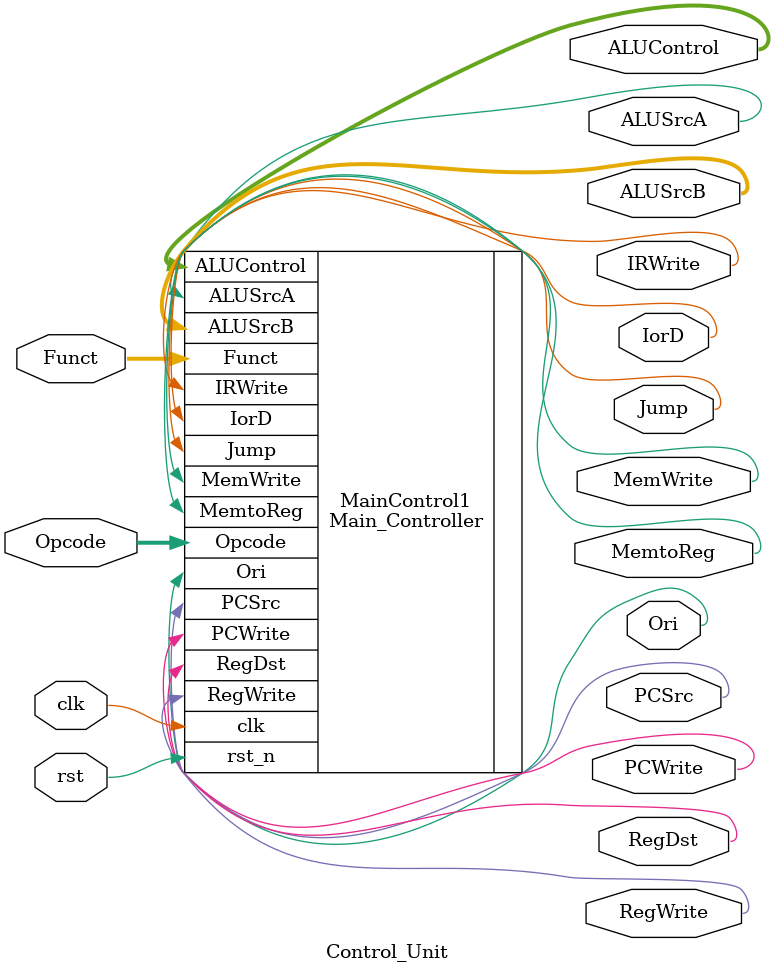
<source format=v>
module Control_Unit(
input [5:0] Opcode, Funct,
input clk, rst,
output MemtoReg, RegDst, IorD, PCSrc, ALUSrcA, IRWrite, MemWrite, PCWrite, RegWrite, Ori, Jump,
output [2:0] ALUControl,
output [1:0] ALUSrcB 

);
wire [2:0] ALUOp;

// ALU_Decoder ALUDec1(
// .ALUOp(ALUOp),
// .func(Funct),
// .ALUControl(ALUControl));


Main_Controller MainControl1(
.Opcode(Opcode),
.Funct(Funct),
.clk(clk),
.rst_n(rst),
.MemtoReg(MemtoReg), 
.RegDst(RegDst),
.IorD(IorD), 
.PCSrc(PCSrc), 
.ALUSrcA(ALUSrcA), 
.IRWrite(IRWrite), 
.MemWrite(MemWrite), 
.PCWrite(PCWrite),
.Ori(Ori),
//.Branch(Branch),
.Jump(Jump), 
.RegWrite(RegWrite),
.ALUSrcB(ALUSrcB), .ALUControl(ALUControl) 
);


endmodule 
</source>
